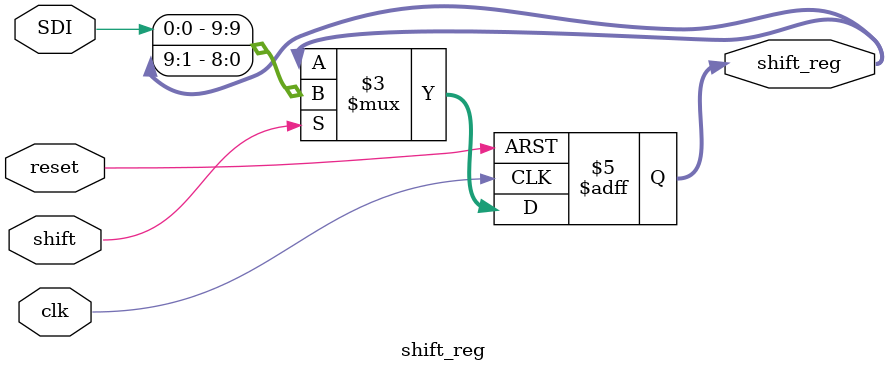
<source format=v>
`timescale 1ns / 1ps
module shift_reg(clk, reset, shift, SDI, shift_reg);

	input clk, reset, shift, SDI;
	output reg [9:0] shift_reg;
	
	always @(posedge clk, posedge reset)
		if (reset) shift_reg <= 10'b0; else
		if (shift) shift_reg <= {SDI, shift_reg[9:1]}; else
					  shift_reg <= shift_reg;


endmodule

</source>
